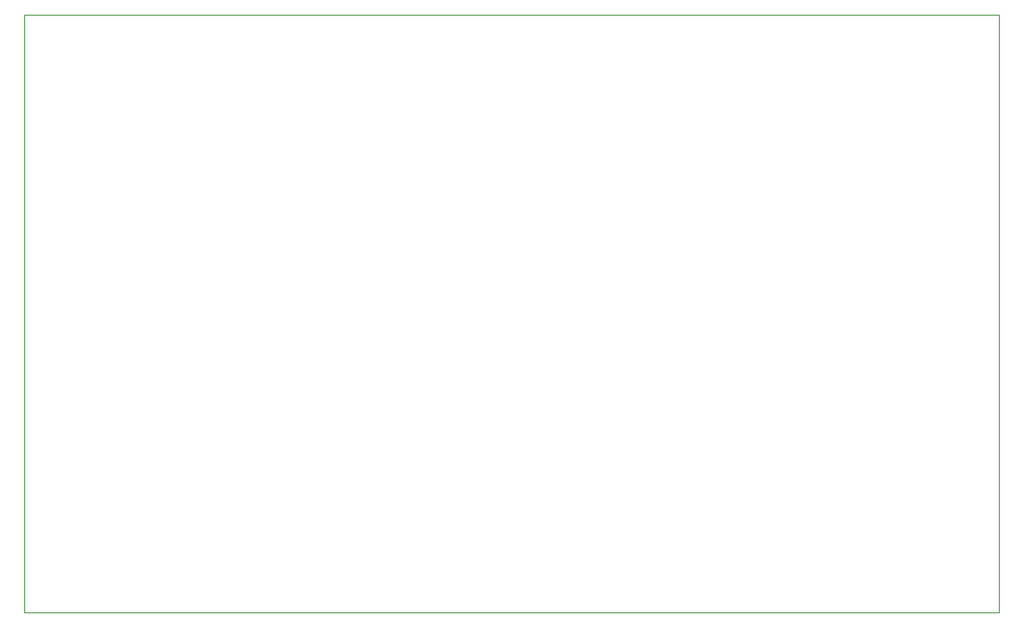
<source format=gbr>
%TF.GenerationSoftware,KiCad,Pcbnew,9.0.1*%
%TF.CreationDate,2025-04-08T23:22:12-05:00*%
%TF.ProjectId,sump-pump-mon,73756d70-2d70-4756-9d70-2d6d6f6e2e6b,rev?*%
%TF.SameCoordinates,Original*%
%TF.FileFunction,Profile,NP*%
%FSLAX46Y46*%
G04 Gerber Fmt 4.6, Leading zero omitted, Abs format (unit mm)*
G04 Created by KiCad (PCBNEW 9.0.1) date 2025-04-08 23:22:12*
%MOMM*%
%LPD*%
G01*
G04 APERTURE LIST*
%TA.AperFunction,Profile*%
%ADD10C,0.050000*%
%TD*%
G04 APERTURE END LIST*
D10*
X118110000Y-20320000D02*
X213360000Y-20320000D01*
X213360000Y-78740000D01*
X118110000Y-78740000D01*
X118110000Y-20320000D01*
M02*

</source>
